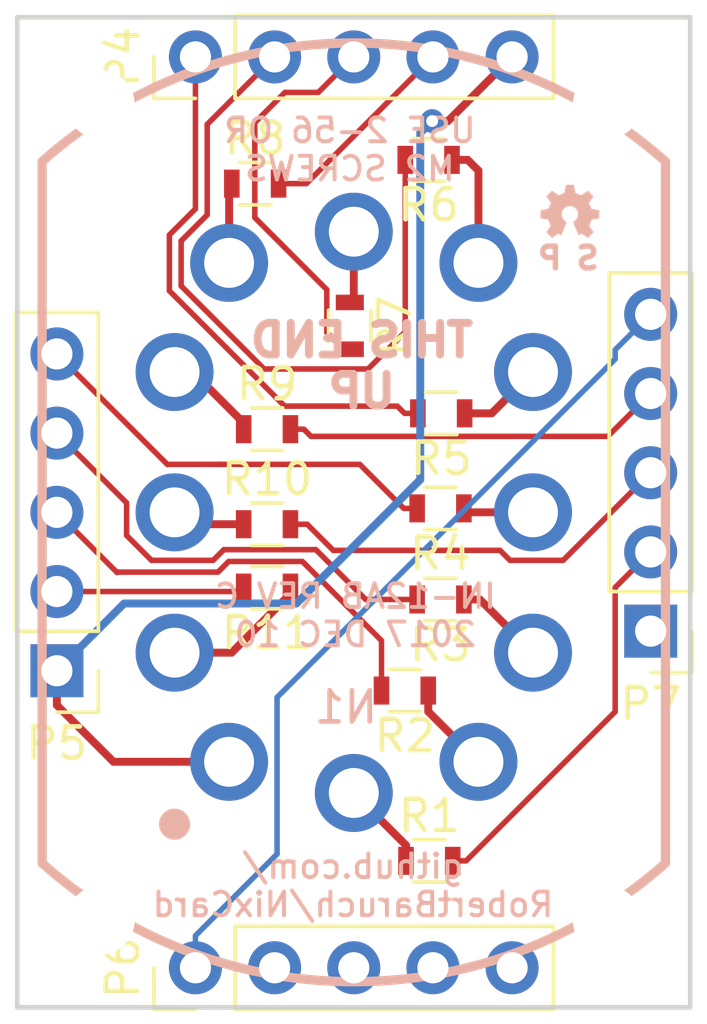
<source format=kicad_pcb>
(kicad_pcb (version 4) (host pcbnew 4.0.4-stable)

  (general
    (links 0)
    (no_connects 25)
    (area -10.870001 -15.950001 10.870001 15.950001)
    (thickness 1.6)
    (drawings 9)
    (tracks 111)
    (zones 0)
    (modules 21)
    (nets 30)
  )

  (page A4)
  (layers
    (0 F.Cu signal)
    (31 B.Cu signal)
    (32 B.Adhes user)
    (33 F.Adhes user)
    (34 B.Paste user)
    (35 F.Paste user)
    (36 B.SilkS user)
    (37 F.SilkS user)
    (38 B.Mask user)
    (39 F.Mask user)
    (40 Dwgs.User user)
    (41 Cmts.User user)
    (42 Eco1.User user)
    (43 Eco2.User user)
    (44 Edge.Cuts user)
    (45 Margin user)
    (46 B.CrtYd user)
    (47 F.CrtYd user)
    (48 B.Fab user hide)
    (49 F.Fab user hide)
  )

  (setup
    (last_trace_width 0.1778)
    (trace_clearance 0.2)
    (zone_clearance 0.254)
    (zone_45_only no)
    (trace_min 0.1778)
    (segment_width 0.2)
    (edge_width 0.15)
    (via_size 0.762)
    (via_drill 0.381)
    (via_min_size 0.762)
    (via_min_drill 0.381)
    (uvia_size 0.3)
    (uvia_drill 0.1)
    (uvias_allowed no)
    (uvia_min_size 0.2)
    (uvia_min_drill 0.1)
    (pcb_text_width 0.3)
    (pcb_text_size 1.5 1.5)
    (mod_edge_width 0.15)
    (mod_text_size 1 1)
    (mod_text_width 0.15)
    (pad_size 1.7 1.7)
    (pad_drill 1)
    (pad_to_mask_clearance 0.2)
    (aux_axis_origin 0 0)
    (visible_elements 7FFFFFFF)
    (pcbplotparams
      (layerselection 0x010f0_80000001)
      (usegerberextensions true)
      (excludeedgelayer true)
      (linewidth 0.100000)
      (plotframeref false)
      (viasonmask false)
      (mode 1)
      (useauxorigin false)
      (hpglpennumber 1)
      (hpglpenspeed 20)
      (hpglpendiameter 15)
      (hpglpenoverlay 2)
      (psnegative false)
      (psa4output false)
      (plotreference true)
      (plotvalue true)
      (plotinvisibletext false)
      (padsonsilk false)
      (subtractmaskfromsilk false)
      (outputformat 1)
      (mirror false)
      (drillshape 0)
      (scaleselection 1)
      (outputdirectory gerbers/))
  )

  (net 0 "")
  (net 1 "Net-(N1-Pad6)")
  (net 2 "Net-(N1-Pad7)")
  (net 3 "Net-(N1-Pad8)")
  (net 4 "Net-(N1-Pad9)")
  (net 5 "Net-(N1-Pad3)")
  (net 6 "Net-(N1-Pad4)")
  (net 7 "Net-(N1-Pad5)")
  (net 8 "Net-(N1-Pad0)")
  (net 9 "Net-(N1-Pad2)")
  (net 10 "Net-(N1-PadLHDP)")
  (net 11 "Net-(N1-Pad1)")
  (net 12 VAA)
  (net 13 /HV4)
  (net 14 /HV5)
  (net 15 /HV6)
  (net 16 /HV7)
  (net 17 GNDREF)
  (net 18 /HV0)
  (net 19 /HV1)
  (net 20 /HV2)
  (net 21 /HV3)
  (net 22 /HV15)
  (net 23 /HV14)
  (net 24 /HV13)
  (net 25 /HV12)
  (net 26 /HV11)
  (net 27 /HV10)
  (net 28 /HV9)
  (net 29 /HV8)

  (net_class Default "This is the default net class."
    (clearance 0.2)
    (trace_width 0.1778)
    (via_dia 0.762)
    (via_drill 0.381)
    (uvia_dia 0.3)
    (uvia_drill 0.1)
    (add_net /HV0)
    (add_net /HV1)
    (add_net /HV10)
    (add_net /HV11)
    (add_net /HV12)
    (add_net /HV13)
    (add_net /HV14)
    (add_net /HV15)
    (add_net /HV2)
    (add_net /HV3)
    (add_net /HV4)
    (add_net /HV5)
    (add_net /HV6)
    (add_net /HV7)
    (add_net /HV8)
    (add_net /HV9)
    (add_net GNDREF)
  )

  (net_class HV ""
    (clearance 0.2)
    (trace_width 0.254)
    (via_dia 0.762)
    (via_drill 0.381)
    (uvia_dia 0.3)
    (uvia_drill 0.1)
    (add_net "Net-(N1-Pad0)")
    (add_net "Net-(N1-Pad1)")
    (add_net "Net-(N1-Pad2)")
    (add_net "Net-(N1-Pad3)")
    (add_net "Net-(N1-Pad4)")
    (add_net "Net-(N1-Pad5)")
    (add_net "Net-(N1-Pad6)")
    (add_net "Net-(N1-Pad7)")
    (add_net "Net-(N1-Pad8)")
    (add_net "Net-(N1-Pad9)")
    (add_net "Net-(N1-PadLHDP)")
    (add_net VAA)
  )

  (module Mounting_Holes:MountingHole_2.2mm_M2 (layer F.Cu) (tedit 587C597D) (tstamp 587C5931)
    (at 8.128 13.081)
    (descr "Mounting Hole 2.2mm, no annular, M2")
    (tags "mounting hole 2.2mm no annular m2")
    (fp_text reference REF** (at 0 -3.2) (layer F.SilkS) hide
      (effects (font (size 1 1) (thickness 0.15)))
    )
    (fp_text value MountingHole_2.2mm_M2 (at 0 3.2) (layer F.Fab)
      (effects (font (size 1 1) (thickness 0.15)))
    )
    (fp_circle (center 0 0) (end 2.2 0) (layer Cmts.User) (width 0.15))
    (fp_circle (center 0 0) (end 2.45 0) (layer F.CrtYd) (width 0.05))
    (pad 1 np_thru_hole circle (at 0 0) (size 2.2 2.2) (drill 2.2) (layers *.Cu *.Mask))
  )

  (module Mounting_Holes:MountingHole_2.2mm_M2 (layer F.Cu) (tedit 587C5983) (tstamp 587C5980)
    (at 8.128 -13.081)
    (descr "Mounting Hole 2.2mm, no annular, M2")
    (tags "mounting hole 2.2mm no annular m2")
    (fp_text reference REF** (at 0 -3.2) (layer F.SilkS) hide
      (effects (font (size 1 1) (thickness 0.15)))
    )
    (fp_text value MountingHole_2.2mm_M2 (at 0 3.2) (layer F.Fab)
      (effects (font (size 1 1) (thickness 0.15)))
    )
    (fp_circle (center 0 0) (end 2.2 0) (layer Cmts.User) (width 0.15))
    (fp_circle (center 0 0) (end 2.45 0) (layer F.CrtYd) (width 0.05))
    (pad 1 np_thru_hole circle (at 0 0) (size 2.2 2.2) (drill 2.2) (layers *.Cu *.Mask))
  )

  (module Mounting_Holes:MountingHole_2.2mm_M2 (layer F.Cu) (tedit 587C5987) (tstamp 587C5981)
    (at -8.128 -13.081)
    (descr "Mounting Hole 2.2mm, no annular, M2")
    (tags "mounting hole 2.2mm no annular m2")
    (fp_text reference REF** (at 0 -3.2) (layer F.SilkS) hide
      (effects (font (size 1 1) (thickness 0.15)))
    )
    (fp_text value MountingHole_2.2mm_M2 (at 0 3.2) (layer F.Fab)
      (effects (font (size 1 1) (thickness 0.15)))
    )
    (fp_circle (center 0 0) (end 2.2 0) (layer Cmts.User) (width 0.15))
    (fp_circle (center 0 0) (end 2.45 0) (layer F.CrtYd) (width 0.05))
    (pad 1 np_thru_hole circle (at 0 0) (size 2.2 2.2) (drill 2.2) (layers *.Cu *.Mask))
  )

  (module Mounting_Holes:MountingHole_2.2mm_M2 (layer F.Cu) (tedit 587C5977) (tstamp 587C5982)
    (at -8.128 13.081)
    (descr "Mounting Hole 2.2mm, no annular, M2")
    (tags "mounting hole 2.2mm no annular m2")
    (fp_text reference REF** (at 0 -3.2) (layer F.SilkS) hide
      (effects (font (size 1 1) (thickness 0.15)))
    )
    (fp_text value MountingHole_2.2mm_M2 (at 0 3.2) (layer F.Fab)
      (effects (font (size 1 1) (thickness 0.15)))
    )
    (fp_circle (center 0 0) (end 2.2 0) (layer Cmts.User) (width 0.15))
    (fp_circle (center 0 0) (end 2.45 0) (layer F.CrtYd) (width 0.05))
    (pad 1 np_thru_hole circle (at 0 0) (size 2.2 2.2) (drill 2.2) (layers *.Cu *.Mask))
  )

  (module footprints:IN-12B-skt (layer B.Cu) (tedit 5A2E164D) (tstamp 5A2E1873)
    (at 0 0 180)
    (path /585F41A2)
    (fp_text reference N1 (at 0.25 -6.25 180) (layer B.SilkS)
      (effects (font (size 1 1) (thickness 0.15)) (justify mirror))
    )
    (fp_text value IN-12B (at 0.25 -12.25 180) (layer B.Fab) hide
      (effects (font (size 1 1) (thickness 0.15)) (justify mirror))
    )
    (fp_arc (start 0 0) (end 10 -11.25) (angle -83.2) (layer B.SilkS) (width 0.3))
    (fp_arc (start 0 0) (end -10 11.25) (angle -83.2) (layer B.SilkS) (width 0.3))
    (fp_line (start -10 -11.25) (end -10 11.25) (layer B.SilkS) (width 0.3))
    (fp_line (start 10 -11.25) (end 10 11.25) (layer B.SilkS) (width 0.3))
    (fp_circle (center 5.75 -10) (end 6 -10) (layer B.SilkS) (width 0.5))
    (pad 6 thru_hole circle (at 0 9 180) (size 2.5 2.5) (drill 1.6) (layers *.Cu *.Mask)
      (net 1 "Net-(N1-Pad6)"))
    (pad 7 thru_hole circle (at 4 8 180) (size 2.5 2.5) (drill 1.6) (layers *.Cu *.Mask)
      (net 2 "Net-(N1-Pad7)"))
    (pad 8 thru_hole circle (at 5.75 4.5 180) (size 2.5 2.5) (drill 1.6) (layers *.Cu *.Mask)
      (net 3 "Net-(N1-Pad8)"))
    (pad 9 thru_hole circle (at 5.75 0 180) (size 2.5 2.5) (drill 1.6) (layers *.Cu *.Mask)
      (net 4 "Net-(N1-Pad9)"))
    (pad 3 thru_hole circle (at -5.75 0 180) (size 2.5 2.5) (drill 1.6) (layers *.Cu *.Mask)
      (net 5 "Net-(N1-Pad3)"))
    (pad 4 thru_hole circle (at -5.75 4.5 180) (size 2.5 2.5) (drill 1.6) (layers *.Cu *.Mask)
      (net 6 "Net-(N1-Pad4)"))
    (pad 5 thru_hole circle (at -4 8 180) (size 2.5 2.5) (drill 1.6) (layers *.Cu *.Mask)
      (net 7 "Net-(N1-Pad5)"))
    (pad 0 thru_hole circle (at 5.75 -4.5 180) (size 2.5 2.5) (drill 1.6) (layers *.Cu *.Mask)
      (net 8 "Net-(N1-Pad0)"))
    (pad 2 thru_hole circle (at -5.75 -4.5 180) (size 2.5 2.5) (drill 1.6) (layers *.Cu *.Mask)
      (net 9 "Net-(N1-Pad2)"))
    (pad LHDP thru_hole circle (at 0 -9 180) (size 2.5 2.5) (drill 1.6) (layers *.Cu *.Mask)
      (net 10 "Net-(N1-PadLHDP)"))
    (pad 1 thru_hole circle (at -4 -8 180) (size 2.5 2.5) (drill 1.6) (layers *.Cu *.Mask)
      (net 11 "Net-(N1-Pad1)"))
    (pad A thru_hole circle (at 4 -8 180) (size 2.5 2.5) (drill 1.6) (layers *.Cu *.Mask)
      (net 12 VAA))
  )

  (module Pin_Headers:Pin_Header_Straight_1x05_Pitch2.54mm (layer F.Cu) (tedit 5A2E1D68) (tstamp 5A2E187C)
    (at -5.08 -14.605 90)
    (descr "Through hole straight pin header, 1x05, 2.54mm pitch, single row")
    (tags "Through hole pin header THT 1x05 2.54mm single row")
    (path /5A2E1D9A)
    (fp_text reference P4 (at 0 -2.33 90) (layer F.SilkS)
      (effects (font (size 1 1) (thickness 0.15)))
    )
    (fp_text value CONN_01X05 (at 0 12.49 90) (layer F.Fab)
      (effects (font (size 1 1) (thickness 0.15)))
    )
    (fp_line (start -0.635 -1.27) (end 1.27 -1.27) (layer F.Fab) (width 0.1))
    (fp_line (start 1.27 -1.27) (end 1.27 11.43) (layer F.Fab) (width 0.1))
    (fp_line (start 1.27 11.43) (end -1.27 11.43) (layer F.Fab) (width 0.1))
    (fp_line (start -1.27 11.43) (end -1.27 -0.635) (layer F.Fab) (width 0.1))
    (fp_line (start -1.27 -0.635) (end -0.635 -1.27) (layer F.Fab) (width 0.1))
    (fp_line (start -1.33 11.49) (end 1.33 11.49) (layer F.SilkS) (width 0.12))
    (fp_line (start -1.33 1.27) (end -1.33 11.49) (layer F.SilkS) (width 0.12))
    (fp_line (start 1.33 1.27) (end 1.33 11.49) (layer F.SilkS) (width 0.12))
    (fp_line (start -1.33 1.27) (end 1.33 1.27) (layer F.SilkS) (width 0.12))
    (fp_line (start -1.33 0) (end -1.33 -1.33) (layer F.SilkS) (width 0.12))
    (fp_line (start -1.33 -1.33) (end 0 -1.33) (layer F.SilkS) (width 0.12))
    (fp_line (start -1.8 -1.8) (end -1.8 11.95) (layer F.CrtYd) (width 0.05))
    (fp_line (start -1.8 11.95) (end 1.8 11.95) (layer F.CrtYd) (width 0.05))
    (fp_line (start 1.8 11.95) (end 1.8 -1.8) (layer F.CrtYd) (width 0.05))
    (fp_line (start 1.8 -1.8) (end -1.8 -1.8) (layer F.CrtYd) (width 0.05))
    (fp_text user %R (at 0 5.08 180) (layer F.Fab)
      (effects (font (size 1 1) (thickness 0.15)))
    )
    (pad 1 thru_hole circle (at 0 0 90) (size 1.7 1.7) (drill 1) (layers *.Cu *.Mask)
      (net 13 /HV4))
    (pad 2 thru_hole oval (at 0 2.54 90) (size 1.7 1.7) (drill 1) (layers *.Cu *.Mask)
      (net 14 /HV5))
    (pad 3 thru_hole oval (at 0 5.08 90) (size 1.7 1.7) (drill 1) (layers *.Cu *.Mask)
      (net 15 /HV6))
    (pad 4 thru_hole oval (at 0 7.62 90) (size 1.7 1.7) (drill 1) (layers *.Cu *.Mask)
      (net 16 /HV7))
    (pad 5 thru_hole oval (at 0 10.16 90) (size 1.7 1.7) (drill 1) (layers *.Cu *.Mask)
      (net 12 VAA))
    (model ${KISYS3DMOD}/Pin_Headers.3dshapes/Pin_Header_Straight_1x05_Pitch2.54mm.wrl
      (at (xyz 0 0 0))
      (scale (xyz 1 1 1))
      (rotate (xyz 0 0 0))
    )
  )

  (module Pin_Headers:Pin_Header_Straight_1x05_Pitch2.54mm (layer F.Cu) (tedit 59650532) (tstamp 5A2E1885)
    (at -9.525 5.08 180)
    (descr "Through hole straight pin header, 1x05, 2.54mm pitch, single row")
    (tags "Through hole pin header THT 1x05 2.54mm single row")
    (path /5A2E1CEC)
    (fp_text reference P5 (at 0 -2.33 180) (layer F.SilkS)
      (effects (font (size 1 1) (thickness 0.15)))
    )
    (fp_text value CONN_01X05 (at 0 12.49 180) (layer F.Fab)
      (effects (font (size 1 1) (thickness 0.15)))
    )
    (fp_line (start -0.635 -1.27) (end 1.27 -1.27) (layer F.Fab) (width 0.1))
    (fp_line (start 1.27 -1.27) (end 1.27 11.43) (layer F.Fab) (width 0.1))
    (fp_line (start 1.27 11.43) (end -1.27 11.43) (layer F.Fab) (width 0.1))
    (fp_line (start -1.27 11.43) (end -1.27 -0.635) (layer F.Fab) (width 0.1))
    (fp_line (start -1.27 -0.635) (end -0.635 -1.27) (layer F.Fab) (width 0.1))
    (fp_line (start -1.33 11.49) (end 1.33 11.49) (layer F.SilkS) (width 0.12))
    (fp_line (start -1.33 1.27) (end -1.33 11.49) (layer F.SilkS) (width 0.12))
    (fp_line (start 1.33 1.27) (end 1.33 11.49) (layer F.SilkS) (width 0.12))
    (fp_line (start -1.33 1.27) (end 1.33 1.27) (layer F.SilkS) (width 0.12))
    (fp_line (start -1.33 0) (end -1.33 -1.33) (layer F.SilkS) (width 0.12))
    (fp_line (start -1.33 -1.33) (end 0 -1.33) (layer F.SilkS) (width 0.12))
    (fp_line (start -1.8 -1.8) (end -1.8 11.95) (layer F.CrtYd) (width 0.05))
    (fp_line (start -1.8 11.95) (end 1.8 11.95) (layer F.CrtYd) (width 0.05))
    (fp_line (start 1.8 11.95) (end 1.8 -1.8) (layer F.CrtYd) (width 0.05))
    (fp_line (start 1.8 -1.8) (end -1.8 -1.8) (layer F.CrtYd) (width 0.05))
    (fp_text user %R (at 0 5.08 270) (layer F.Fab)
      (effects (font (size 1 1) (thickness 0.15)))
    )
    (pad 1 thru_hole rect (at 0 0 180) (size 1.7 1.7) (drill 1) (layers *.Cu *.Mask)
      (net 12 VAA))
    (pad 2 thru_hole oval (at 0 2.54 180) (size 1.7 1.7) (drill 1) (layers *.Cu *.Mask)
      (net 18 /HV0))
    (pad 3 thru_hole oval (at 0 5.08 180) (size 1.7 1.7) (drill 1) (layers *.Cu *.Mask)
      (net 19 /HV1))
    (pad 4 thru_hole oval (at 0 7.62 180) (size 1.7 1.7) (drill 1) (layers *.Cu *.Mask)
      (net 20 /HV2))
    (pad 5 thru_hole oval (at 0 10.16 180) (size 1.7 1.7) (drill 1) (layers *.Cu *.Mask)
      (net 21 /HV3))
    (model ${KISYS3DMOD}/Pin_Headers.3dshapes/Pin_Header_Straight_1x05_Pitch2.54mm.wrl
      (at (xyz 0 0 0))
      (scale (xyz 1 1 1))
      (rotate (xyz 0 0 0))
    )
  )

  (module Pin_Headers:Pin_Header_Straight_1x05_Pitch2.54mm (layer F.Cu) (tedit 5A2E1D6E) (tstamp 5A2E188E)
    (at -5.08 14.605 90)
    (descr "Through hole straight pin header, 1x05, 2.54mm pitch, single row")
    (tags "Through hole pin header THT 1x05 2.54mm single row")
    (path /5A2E1E06)
    (fp_text reference P6 (at 0 -2.33 90) (layer F.SilkS)
      (effects (font (size 1 1) (thickness 0.15)))
    )
    (fp_text value CONN_01X05 (at 0 12.49 90) (layer F.Fab)
      (effects (font (size 1 1) (thickness 0.15)))
    )
    (fp_line (start -0.635 -1.27) (end 1.27 -1.27) (layer F.Fab) (width 0.1))
    (fp_line (start 1.27 -1.27) (end 1.27 11.43) (layer F.Fab) (width 0.1))
    (fp_line (start 1.27 11.43) (end -1.27 11.43) (layer F.Fab) (width 0.1))
    (fp_line (start -1.27 11.43) (end -1.27 -0.635) (layer F.Fab) (width 0.1))
    (fp_line (start -1.27 -0.635) (end -0.635 -1.27) (layer F.Fab) (width 0.1))
    (fp_line (start -1.33 11.49) (end 1.33 11.49) (layer F.SilkS) (width 0.12))
    (fp_line (start -1.33 1.27) (end -1.33 11.49) (layer F.SilkS) (width 0.12))
    (fp_line (start 1.33 1.27) (end 1.33 11.49) (layer F.SilkS) (width 0.12))
    (fp_line (start -1.33 1.27) (end 1.33 1.27) (layer F.SilkS) (width 0.12))
    (fp_line (start -1.33 0) (end -1.33 -1.33) (layer F.SilkS) (width 0.12))
    (fp_line (start -1.33 -1.33) (end 0 -1.33) (layer F.SilkS) (width 0.12))
    (fp_line (start -1.8 -1.8) (end -1.8 11.95) (layer F.CrtYd) (width 0.05))
    (fp_line (start -1.8 11.95) (end 1.8 11.95) (layer F.CrtYd) (width 0.05))
    (fp_line (start 1.8 11.95) (end 1.8 -1.8) (layer F.CrtYd) (width 0.05))
    (fp_line (start 1.8 -1.8) (end -1.8 -1.8) (layer F.CrtYd) (width 0.05))
    (fp_text user %R (at 0 5.08 180) (layer F.Fab)
      (effects (font (size 1 1) (thickness 0.15)))
    )
    (pad 1 thru_hole circle (at 0 0 90) (size 1.7 1.7) (drill 1) (layers *.Cu *.Mask)
      (net 17 GNDREF))
    (pad 2 thru_hole oval (at 0 2.54 90) (size 1.7 1.7) (drill 1) (layers *.Cu *.Mask)
      (net 22 /HV15))
    (pad 3 thru_hole oval (at 0 5.08 90) (size 1.7 1.7) (drill 1) (layers *.Cu *.Mask)
      (net 23 /HV14))
    (pad 4 thru_hole oval (at 0 7.62 90) (size 1.7 1.7) (drill 1) (layers *.Cu *.Mask)
      (net 24 /HV13))
    (pad 5 thru_hole oval (at 0 10.16 90) (size 1.7 1.7) (drill 1) (layers *.Cu *.Mask)
      (net 25 /HV12))
    (model ${KISYS3DMOD}/Pin_Headers.3dshapes/Pin_Header_Straight_1x05_Pitch2.54mm.wrl
      (at (xyz 0 0 0))
      (scale (xyz 1 1 1))
      (rotate (xyz 0 0 0))
    )
  )

  (module Pin_Headers:Pin_Header_Straight_1x05_Pitch2.54mm (layer F.Cu) (tedit 59650532) (tstamp 5A2E1897)
    (at 9.525 3.81 180)
    (descr "Through hole straight pin header, 1x05, 2.54mm pitch, single row")
    (tags "Through hole pin header THT 1x05 2.54mm single row")
    (path /5A2E1E95)
    (fp_text reference P7 (at 0 -2.33 180) (layer F.SilkS)
      (effects (font (size 1 1) (thickness 0.15)))
    )
    (fp_text value CONN_01X05 (at 0 12.49 180) (layer F.Fab)
      (effects (font (size 1 1) (thickness 0.15)))
    )
    (fp_line (start -0.635 -1.27) (end 1.27 -1.27) (layer F.Fab) (width 0.1))
    (fp_line (start 1.27 -1.27) (end 1.27 11.43) (layer F.Fab) (width 0.1))
    (fp_line (start 1.27 11.43) (end -1.27 11.43) (layer F.Fab) (width 0.1))
    (fp_line (start -1.27 11.43) (end -1.27 -0.635) (layer F.Fab) (width 0.1))
    (fp_line (start -1.27 -0.635) (end -0.635 -1.27) (layer F.Fab) (width 0.1))
    (fp_line (start -1.33 11.49) (end 1.33 11.49) (layer F.SilkS) (width 0.12))
    (fp_line (start -1.33 1.27) (end -1.33 11.49) (layer F.SilkS) (width 0.12))
    (fp_line (start 1.33 1.27) (end 1.33 11.49) (layer F.SilkS) (width 0.12))
    (fp_line (start -1.33 1.27) (end 1.33 1.27) (layer F.SilkS) (width 0.12))
    (fp_line (start -1.33 0) (end -1.33 -1.33) (layer F.SilkS) (width 0.12))
    (fp_line (start -1.33 -1.33) (end 0 -1.33) (layer F.SilkS) (width 0.12))
    (fp_line (start -1.8 -1.8) (end -1.8 11.95) (layer F.CrtYd) (width 0.05))
    (fp_line (start -1.8 11.95) (end 1.8 11.95) (layer F.CrtYd) (width 0.05))
    (fp_line (start 1.8 11.95) (end 1.8 -1.8) (layer F.CrtYd) (width 0.05))
    (fp_line (start 1.8 -1.8) (end -1.8 -1.8) (layer F.CrtYd) (width 0.05))
    (fp_text user %R (at 0 5.08 270) (layer F.Fab)
      (effects (font (size 1 1) (thickness 0.15)))
    )
    (pad 1 thru_hole rect (at 0 0 180) (size 1.7 1.7) (drill 1) (layers *.Cu *.Mask)
      (net 26 /HV11))
    (pad 2 thru_hole oval (at 0 2.54 180) (size 1.7 1.7) (drill 1) (layers *.Cu *.Mask)
      (net 27 /HV10))
    (pad 3 thru_hole oval (at 0 5.08 180) (size 1.7 1.7) (drill 1) (layers *.Cu *.Mask)
      (net 28 /HV9))
    (pad 4 thru_hole oval (at 0 7.62 180) (size 1.7 1.7) (drill 1) (layers *.Cu *.Mask)
      (net 29 /HV8))
    (pad 5 thru_hole oval (at 0 10.16 180) (size 1.7 1.7) (drill 1) (layers *.Cu *.Mask)
      (net 17 GNDREF))
    (model ${KISYS3DMOD}/Pin_Headers.3dshapes/Pin_Header_Straight_1x05_Pitch2.54mm.wrl
      (at (xyz 0 0 0))
      (scale (xyz 1 1 1))
      (rotate (xyz 0 0 0))
    )
  )

  (module Resistors_SMD:R_0603 (layer F.Cu) (tedit 58E0A804) (tstamp 5A2E189D)
    (at 2.425 11.176)
    (descr "Resistor SMD 0603, reflow soldering, Vishay (see dcrcw.pdf)")
    (tags "resistor 0603")
    (path /5A232F37)
    (attr smd)
    (fp_text reference R1 (at 0 -1.45) (layer F.SilkS)
      (effects (font (size 1 1) (thickness 0.15)))
    )
    (fp_text value 120k (at 0 1.5) (layer F.Fab)
      (effects (font (size 1 1) (thickness 0.15)))
    )
    (fp_text user %R (at 0 0) (layer F.Fab)
      (effects (font (size 0.4 0.4) (thickness 0.075)))
    )
    (fp_line (start -0.8 0.4) (end -0.8 -0.4) (layer F.Fab) (width 0.1))
    (fp_line (start 0.8 0.4) (end -0.8 0.4) (layer F.Fab) (width 0.1))
    (fp_line (start 0.8 -0.4) (end 0.8 0.4) (layer F.Fab) (width 0.1))
    (fp_line (start -0.8 -0.4) (end 0.8 -0.4) (layer F.Fab) (width 0.1))
    (fp_line (start 0.5 0.68) (end -0.5 0.68) (layer F.SilkS) (width 0.12))
    (fp_line (start -0.5 -0.68) (end 0.5 -0.68) (layer F.SilkS) (width 0.12))
    (fp_line (start -1.25 -0.7) (end 1.25 -0.7) (layer F.CrtYd) (width 0.05))
    (fp_line (start -1.25 -0.7) (end -1.25 0.7) (layer F.CrtYd) (width 0.05))
    (fp_line (start 1.25 0.7) (end 1.25 -0.7) (layer F.CrtYd) (width 0.05))
    (fp_line (start 1.25 0.7) (end -1.25 0.7) (layer F.CrtYd) (width 0.05))
    (pad 1 smd rect (at -0.75 0) (size 0.5 0.9) (layers F.Cu F.Paste F.Mask)
      (net 10 "Net-(N1-PadLHDP)"))
    (pad 2 smd rect (at 0.75 0) (size 0.5 0.9) (layers F.Cu F.Paste F.Mask)
      (net 27 /HV10))
    (model ${KISYS3DMOD}/Resistors_SMD.3dshapes/R_0603.wrl
      (at (xyz 0 0 0))
      (scale (xyz 1 1 1))
      (rotate (xyz 0 0 0))
    )
  )

  (module Resistors_SMD:R_0603 (layer F.Cu) (tedit 58E0A804) (tstamp 5A2E18A3)
    (at 1.639 5.715 180)
    (descr "Resistor SMD 0603, reflow soldering, Vishay (see dcrcw.pdf)")
    (tags "resistor 0603")
    (path /585F2D1C)
    (attr smd)
    (fp_text reference R2 (at 0 -1.45 180) (layer F.SilkS)
      (effects (font (size 1 1) (thickness 0.15)))
    )
    (fp_text value 20k (at 0 1.5 180) (layer F.Fab)
      (effects (font (size 1 1) (thickness 0.15)))
    )
    (fp_text user %R (at 0 0 180) (layer F.Fab)
      (effects (font (size 0.4 0.4) (thickness 0.075)))
    )
    (fp_line (start -0.8 0.4) (end -0.8 -0.4) (layer F.Fab) (width 0.1))
    (fp_line (start 0.8 0.4) (end -0.8 0.4) (layer F.Fab) (width 0.1))
    (fp_line (start 0.8 -0.4) (end 0.8 0.4) (layer F.Fab) (width 0.1))
    (fp_line (start -0.8 -0.4) (end 0.8 -0.4) (layer F.Fab) (width 0.1))
    (fp_line (start 0.5 0.68) (end -0.5 0.68) (layer F.SilkS) (width 0.12))
    (fp_line (start -0.5 -0.68) (end 0.5 -0.68) (layer F.SilkS) (width 0.12))
    (fp_line (start -1.25 -0.7) (end 1.25 -0.7) (layer F.CrtYd) (width 0.05))
    (fp_line (start -1.25 -0.7) (end -1.25 0.7) (layer F.CrtYd) (width 0.05))
    (fp_line (start 1.25 0.7) (end 1.25 -0.7) (layer F.CrtYd) (width 0.05))
    (fp_line (start 1.25 0.7) (end -1.25 0.7) (layer F.CrtYd) (width 0.05))
    (pad 1 smd rect (at -0.75 0 180) (size 0.5 0.9) (layers F.Cu F.Paste F.Mask)
      (net 11 "Net-(N1-Pad1)"))
    (pad 2 smd rect (at 0.75 0 180) (size 0.5 0.9) (layers F.Cu F.Paste F.Mask)
      (net 19 /HV1))
    (model ${KISYS3DMOD}/Resistors_SMD.3dshapes/R_0603.wrl
      (at (xyz 0 0 0))
      (scale (xyz 1 1 1))
      (rotate (xyz 0 0 0))
    )
  )

  (module Resistors_SMD:R_0603 (layer F.Cu) (tedit 58E0A804) (tstamp 5A2E18A9)
    (at 2.782 2.794 180)
    (descr "Resistor SMD 0603, reflow soldering, Vishay (see dcrcw.pdf)")
    (tags "resistor 0603")
    (path /5A2E1376)
    (attr smd)
    (fp_text reference R3 (at 0 -1.45 180) (layer F.SilkS)
      (effects (font (size 1 1) (thickness 0.15)))
    )
    (fp_text value 20k (at 0 1.5 180) (layer F.Fab)
      (effects (font (size 1 1) (thickness 0.15)))
    )
    (fp_text user %R (at 0 0 180) (layer F.Fab)
      (effects (font (size 0.4 0.4) (thickness 0.075)))
    )
    (fp_line (start -0.8 0.4) (end -0.8 -0.4) (layer F.Fab) (width 0.1))
    (fp_line (start 0.8 0.4) (end -0.8 0.4) (layer F.Fab) (width 0.1))
    (fp_line (start 0.8 -0.4) (end 0.8 0.4) (layer F.Fab) (width 0.1))
    (fp_line (start -0.8 -0.4) (end 0.8 -0.4) (layer F.Fab) (width 0.1))
    (fp_line (start 0.5 0.68) (end -0.5 0.68) (layer F.SilkS) (width 0.12))
    (fp_line (start -0.5 -0.68) (end 0.5 -0.68) (layer F.SilkS) (width 0.12))
    (fp_line (start -1.25 -0.7) (end 1.25 -0.7) (layer F.CrtYd) (width 0.05))
    (fp_line (start -1.25 -0.7) (end -1.25 0.7) (layer F.CrtYd) (width 0.05))
    (fp_line (start 1.25 0.7) (end 1.25 -0.7) (layer F.CrtYd) (width 0.05))
    (fp_line (start 1.25 0.7) (end -1.25 0.7) (layer F.CrtYd) (width 0.05))
    (pad 1 smd rect (at -0.75 0 180) (size 0.5 0.9) (layers F.Cu F.Paste F.Mask)
      (net 9 "Net-(N1-Pad2)"))
    (pad 2 smd rect (at 0.75 0 180) (size 0.5 0.9) (layers F.Cu F.Paste F.Mask)
      (net 20 /HV2))
    (model ${KISYS3DMOD}/Resistors_SMD.3dshapes/R_0603.wrl
      (at (xyz 0 0 0))
      (scale (xyz 1 1 1))
      (rotate (xyz 0 0 0))
    )
  )

  (module Resistors_SMD:R_0603 (layer F.Cu) (tedit 58E0A804) (tstamp 5A2E18AF)
    (at 2.782 -0.127 180)
    (descr "Resistor SMD 0603, reflow soldering, Vishay (see dcrcw.pdf)")
    (tags "resistor 0603")
    (path /5A2E1407)
    (attr smd)
    (fp_text reference R4 (at 0 -1.45 180) (layer F.SilkS)
      (effects (font (size 1 1) (thickness 0.15)))
    )
    (fp_text value 20k (at 0 1.5 180) (layer F.Fab)
      (effects (font (size 1 1) (thickness 0.15)))
    )
    (fp_text user %R (at 0 0 180) (layer F.Fab)
      (effects (font (size 0.4 0.4) (thickness 0.075)))
    )
    (fp_line (start -0.8 0.4) (end -0.8 -0.4) (layer F.Fab) (width 0.1))
    (fp_line (start 0.8 0.4) (end -0.8 0.4) (layer F.Fab) (width 0.1))
    (fp_line (start 0.8 -0.4) (end 0.8 0.4) (layer F.Fab) (width 0.1))
    (fp_line (start -0.8 -0.4) (end 0.8 -0.4) (layer F.Fab) (width 0.1))
    (fp_line (start 0.5 0.68) (end -0.5 0.68) (layer F.SilkS) (width 0.12))
    (fp_line (start -0.5 -0.68) (end 0.5 -0.68) (layer F.SilkS) (width 0.12))
    (fp_line (start -1.25 -0.7) (end 1.25 -0.7) (layer F.CrtYd) (width 0.05))
    (fp_line (start -1.25 -0.7) (end -1.25 0.7) (layer F.CrtYd) (width 0.05))
    (fp_line (start 1.25 0.7) (end 1.25 -0.7) (layer F.CrtYd) (width 0.05))
    (fp_line (start 1.25 0.7) (end -1.25 0.7) (layer F.CrtYd) (width 0.05))
    (pad 1 smd rect (at -0.75 0 180) (size 0.5 0.9) (layers F.Cu F.Paste F.Mask)
      (net 5 "Net-(N1-Pad3)"))
    (pad 2 smd rect (at 0.75 0 180) (size 0.5 0.9) (layers F.Cu F.Paste F.Mask)
      (net 21 /HV3))
    (model ${KISYS3DMOD}/Resistors_SMD.3dshapes/R_0603.wrl
      (at (xyz 0 0 0))
      (scale (xyz 1 1 1))
      (rotate (xyz 0 0 0))
    )
  )

  (module Resistors_SMD:R_0603 (layer F.Cu) (tedit 58E0A804) (tstamp 5A2E18B5)
    (at 2.806 -3.175 180)
    (descr "Resistor SMD 0603, reflow soldering, Vishay (see dcrcw.pdf)")
    (tags "resistor 0603")
    (path /5A2E140F)
    (attr smd)
    (fp_text reference R5 (at 0 -1.45 180) (layer F.SilkS)
      (effects (font (size 1 1) (thickness 0.15)))
    )
    (fp_text value 20k (at 0 1.5 180) (layer F.Fab)
      (effects (font (size 1 1) (thickness 0.15)))
    )
    (fp_text user %R (at 0 0 180) (layer F.Fab)
      (effects (font (size 0.4 0.4) (thickness 0.075)))
    )
    (fp_line (start -0.8 0.4) (end -0.8 -0.4) (layer F.Fab) (width 0.1))
    (fp_line (start 0.8 0.4) (end -0.8 0.4) (layer F.Fab) (width 0.1))
    (fp_line (start 0.8 -0.4) (end 0.8 0.4) (layer F.Fab) (width 0.1))
    (fp_line (start -0.8 -0.4) (end 0.8 -0.4) (layer F.Fab) (width 0.1))
    (fp_line (start 0.5 0.68) (end -0.5 0.68) (layer F.SilkS) (width 0.12))
    (fp_line (start -0.5 -0.68) (end 0.5 -0.68) (layer F.SilkS) (width 0.12))
    (fp_line (start -1.25 -0.7) (end 1.25 -0.7) (layer F.CrtYd) (width 0.05))
    (fp_line (start -1.25 -0.7) (end -1.25 0.7) (layer F.CrtYd) (width 0.05))
    (fp_line (start 1.25 0.7) (end 1.25 -0.7) (layer F.CrtYd) (width 0.05))
    (fp_line (start 1.25 0.7) (end -1.25 0.7) (layer F.CrtYd) (width 0.05))
    (pad 1 smd rect (at -0.75 0 180) (size 0.5 0.9) (layers F.Cu F.Paste F.Mask)
      (net 6 "Net-(N1-Pad4)"))
    (pad 2 smd rect (at 0.75 0 180) (size 0.5 0.9) (layers F.Cu F.Paste F.Mask)
      (net 13 /HV4))
    (model ${KISYS3DMOD}/Resistors_SMD.3dshapes/R_0603.wrl
      (at (xyz 0 0 0))
      (scale (xyz 1 1 1))
      (rotate (xyz 0 0 0))
    )
  )

  (module Resistors_SMD:R_0603 (layer F.Cu) (tedit 58E0A804) (tstamp 5A2E18BB)
    (at 2.401 -11.303 180)
    (descr "Resistor SMD 0603, reflow soldering, Vishay (see dcrcw.pdf)")
    (tags "resistor 0603")
    (path /5A2E1475)
    (attr smd)
    (fp_text reference R6 (at 0 -1.45 180) (layer F.SilkS)
      (effects (font (size 1 1) (thickness 0.15)))
    )
    (fp_text value 20k (at 0 1.5 180) (layer F.Fab)
      (effects (font (size 1 1) (thickness 0.15)))
    )
    (fp_text user %R (at 0 0 180) (layer F.Fab)
      (effects (font (size 0.4 0.4) (thickness 0.075)))
    )
    (fp_line (start -0.8 0.4) (end -0.8 -0.4) (layer F.Fab) (width 0.1))
    (fp_line (start 0.8 0.4) (end -0.8 0.4) (layer F.Fab) (width 0.1))
    (fp_line (start 0.8 -0.4) (end 0.8 0.4) (layer F.Fab) (width 0.1))
    (fp_line (start -0.8 -0.4) (end 0.8 -0.4) (layer F.Fab) (width 0.1))
    (fp_line (start 0.5 0.68) (end -0.5 0.68) (layer F.SilkS) (width 0.12))
    (fp_line (start -0.5 -0.68) (end 0.5 -0.68) (layer F.SilkS) (width 0.12))
    (fp_line (start -1.25 -0.7) (end 1.25 -0.7) (layer F.CrtYd) (width 0.05))
    (fp_line (start -1.25 -0.7) (end -1.25 0.7) (layer F.CrtYd) (width 0.05))
    (fp_line (start 1.25 0.7) (end 1.25 -0.7) (layer F.CrtYd) (width 0.05))
    (fp_line (start 1.25 0.7) (end -1.25 0.7) (layer F.CrtYd) (width 0.05))
    (pad 1 smd rect (at -0.75 0 180) (size 0.5 0.9) (layers F.Cu F.Paste F.Mask)
      (net 7 "Net-(N1-Pad5)"))
    (pad 2 smd rect (at 0.75 0 180) (size 0.5 0.9) (layers F.Cu F.Paste F.Mask)
      (net 14 /HV5))
    (model ${KISYS3DMOD}/Resistors_SMD.3dshapes/R_0603.wrl
      (at (xyz 0 0 0))
      (scale (xyz 1 1 1))
      (rotate (xyz 0 0 0))
    )
  )

  (module Resistors_SMD:R_0603 (layer F.Cu) (tedit 58E0A804) (tstamp 5A2E18C1)
    (at -0.127 -5.981 270)
    (descr "Resistor SMD 0603, reflow soldering, Vishay (see dcrcw.pdf)")
    (tags "resistor 0603")
    (path /5A2E147D)
    (attr smd)
    (fp_text reference R7 (at 0 -1.45 270) (layer F.SilkS)
      (effects (font (size 1 1) (thickness 0.15)))
    )
    (fp_text value 20k (at 0 1.5 270) (layer F.Fab)
      (effects (font (size 1 1) (thickness 0.15)))
    )
    (fp_text user %R (at 0 0 270) (layer F.Fab)
      (effects (font (size 0.4 0.4) (thickness 0.075)))
    )
    (fp_line (start -0.8 0.4) (end -0.8 -0.4) (layer F.Fab) (width 0.1))
    (fp_line (start 0.8 0.4) (end -0.8 0.4) (layer F.Fab) (width 0.1))
    (fp_line (start 0.8 -0.4) (end 0.8 0.4) (layer F.Fab) (width 0.1))
    (fp_line (start -0.8 -0.4) (end 0.8 -0.4) (layer F.Fab) (width 0.1))
    (fp_line (start 0.5 0.68) (end -0.5 0.68) (layer F.SilkS) (width 0.12))
    (fp_line (start -0.5 -0.68) (end 0.5 -0.68) (layer F.SilkS) (width 0.12))
    (fp_line (start -1.25 -0.7) (end 1.25 -0.7) (layer F.CrtYd) (width 0.05))
    (fp_line (start -1.25 -0.7) (end -1.25 0.7) (layer F.CrtYd) (width 0.05))
    (fp_line (start 1.25 0.7) (end 1.25 -0.7) (layer F.CrtYd) (width 0.05))
    (fp_line (start 1.25 0.7) (end -1.25 0.7) (layer F.CrtYd) (width 0.05))
    (pad 1 smd rect (at -0.75 0 270) (size 0.5 0.9) (layers F.Cu F.Paste F.Mask)
      (net 1 "Net-(N1-Pad6)"))
    (pad 2 smd rect (at 0.75 0 270) (size 0.5 0.9) (layers F.Cu F.Paste F.Mask)
      (net 15 /HV6))
    (model ${KISYS3DMOD}/Resistors_SMD.3dshapes/R_0603.wrl
      (at (xyz 0 0 0))
      (scale (xyz 1 1 1))
      (rotate (xyz 0 0 0))
    )
  )

  (module Resistors_SMD:R_0603 (layer F.Cu) (tedit 58E0A804) (tstamp 5A2E18C7)
    (at -3.163 -10.541)
    (descr "Resistor SMD 0603, reflow soldering, Vishay (see dcrcw.pdf)")
    (tags "resistor 0603")
    (path /5A2E1485)
    (attr smd)
    (fp_text reference R8 (at 0 -1.45) (layer F.SilkS)
      (effects (font (size 1 1) (thickness 0.15)))
    )
    (fp_text value 20k (at 0 1.5) (layer F.Fab)
      (effects (font (size 1 1) (thickness 0.15)))
    )
    (fp_text user %R (at 0 0) (layer F.Fab)
      (effects (font (size 0.4 0.4) (thickness 0.075)))
    )
    (fp_line (start -0.8 0.4) (end -0.8 -0.4) (layer F.Fab) (width 0.1))
    (fp_line (start 0.8 0.4) (end -0.8 0.4) (layer F.Fab) (width 0.1))
    (fp_line (start 0.8 -0.4) (end 0.8 0.4) (layer F.Fab) (width 0.1))
    (fp_line (start -0.8 -0.4) (end 0.8 -0.4) (layer F.Fab) (width 0.1))
    (fp_line (start 0.5 0.68) (end -0.5 0.68) (layer F.SilkS) (width 0.12))
    (fp_line (start -0.5 -0.68) (end 0.5 -0.68) (layer F.SilkS) (width 0.12))
    (fp_line (start -1.25 -0.7) (end 1.25 -0.7) (layer F.CrtYd) (width 0.05))
    (fp_line (start -1.25 -0.7) (end -1.25 0.7) (layer F.CrtYd) (width 0.05))
    (fp_line (start 1.25 0.7) (end 1.25 -0.7) (layer F.CrtYd) (width 0.05))
    (fp_line (start 1.25 0.7) (end -1.25 0.7) (layer F.CrtYd) (width 0.05))
    (pad 1 smd rect (at -0.75 0) (size 0.5 0.9) (layers F.Cu F.Paste F.Mask)
      (net 2 "Net-(N1-Pad7)"))
    (pad 2 smd rect (at 0.75 0) (size 0.5 0.9) (layers F.Cu F.Paste F.Mask)
      (net 16 /HV7))
    (model ${KISYS3DMOD}/Resistors_SMD.3dshapes/R_0603.wrl
      (at (xyz 0 0 0))
      (scale (xyz 1 1 1))
      (rotate (xyz 0 0 0))
    )
  )

  (module Resistors_SMD:R_0603 (layer F.Cu) (tedit 58E0A804) (tstamp 5A2E18CD)
    (at -2.782 -2.667)
    (descr "Resistor SMD 0603, reflow soldering, Vishay (see dcrcw.pdf)")
    (tags "resistor 0603")
    (path /5A2E148D)
    (attr smd)
    (fp_text reference R9 (at 0 -1.45) (layer F.SilkS)
      (effects (font (size 1 1) (thickness 0.15)))
    )
    (fp_text value 20k (at 0 1.5) (layer F.Fab)
      (effects (font (size 1 1) (thickness 0.15)))
    )
    (fp_text user %R (at 0 0) (layer F.Fab)
      (effects (font (size 0.4 0.4) (thickness 0.075)))
    )
    (fp_line (start -0.8 0.4) (end -0.8 -0.4) (layer F.Fab) (width 0.1))
    (fp_line (start 0.8 0.4) (end -0.8 0.4) (layer F.Fab) (width 0.1))
    (fp_line (start 0.8 -0.4) (end 0.8 0.4) (layer F.Fab) (width 0.1))
    (fp_line (start -0.8 -0.4) (end 0.8 -0.4) (layer F.Fab) (width 0.1))
    (fp_line (start 0.5 0.68) (end -0.5 0.68) (layer F.SilkS) (width 0.12))
    (fp_line (start -0.5 -0.68) (end 0.5 -0.68) (layer F.SilkS) (width 0.12))
    (fp_line (start -1.25 -0.7) (end 1.25 -0.7) (layer F.CrtYd) (width 0.05))
    (fp_line (start -1.25 -0.7) (end -1.25 0.7) (layer F.CrtYd) (width 0.05))
    (fp_line (start 1.25 0.7) (end 1.25 -0.7) (layer F.CrtYd) (width 0.05))
    (fp_line (start 1.25 0.7) (end -1.25 0.7) (layer F.CrtYd) (width 0.05))
    (pad 1 smd rect (at -0.75 0) (size 0.5 0.9) (layers F.Cu F.Paste F.Mask)
      (net 3 "Net-(N1-Pad8)"))
    (pad 2 smd rect (at 0.75 0) (size 0.5 0.9) (layers F.Cu F.Paste F.Mask)
      (net 29 /HV8))
    (model ${KISYS3DMOD}/Resistors_SMD.3dshapes/R_0603.wrl
      (at (xyz 0 0 0))
      (scale (xyz 1 1 1))
      (rotate (xyz 0 0 0))
    )
  )

  (module Resistors_SMD:R_0603 (layer F.Cu) (tedit 58E0A804) (tstamp 5A2E18D3)
    (at -2.782 0.381)
    (descr "Resistor SMD 0603, reflow soldering, Vishay (see dcrcw.pdf)")
    (tags "resistor 0603")
    (path /5A2E14CB)
    (attr smd)
    (fp_text reference R10 (at 0 -1.45) (layer F.SilkS)
      (effects (font (size 1 1) (thickness 0.15)))
    )
    (fp_text value 20k (at 0 1.5) (layer F.Fab)
      (effects (font (size 1 1) (thickness 0.15)))
    )
    (fp_text user %R (at 0 0) (layer F.Fab)
      (effects (font (size 0.4 0.4) (thickness 0.075)))
    )
    (fp_line (start -0.8 0.4) (end -0.8 -0.4) (layer F.Fab) (width 0.1))
    (fp_line (start 0.8 0.4) (end -0.8 0.4) (layer F.Fab) (width 0.1))
    (fp_line (start 0.8 -0.4) (end 0.8 0.4) (layer F.Fab) (width 0.1))
    (fp_line (start -0.8 -0.4) (end 0.8 -0.4) (layer F.Fab) (width 0.1))
    (fp_line (start 0.5 0.68) (end -0.5 0.68) (layer F.SilkS) (width 0.12))
    (fp_line (start -0.5 -0.68) (end 0.5 -0.68) (layer F.SilkS) (width 0.12))
    (fp_line (start -1.25 -0.7) (end 1.25 -0.7) (layer F.CrtYd) (width 0.05))
    (fp_line (start -1.25 -0.7) (end -1.25 0.7) (layer F.CrtYd) (width 0.05))
    (fp_line (start 1.25 0.7) (end 1.25 -0.7) (layer F.CrtYd) (width 0.05))
    (fp_line (start 1.25 0.7) (end -1.25 0.7) (layer F.CrtYd) (width 0.05))
    (pad 1 smd rect (at -0.75 0) (size 0.5 0.9) (layers F.Cu F.Paste F.Mask)
      (net 4 "Net-(N1-Pad9)"))
    (pad 2 smd rect (at 0.75 0) (size 0.5 0.9) (layers F.Cu F.Paste F.Mask)
      (net 28 /HV9))
    (model ${KISYS3DMOD}/Resistors_SMD.3dshapes/R_0603.wrl
      (at (xyz 0 0 0))
      (scale (xyz 1 1 1))
      (rotate (xyz 0 0 0))
    )
  )

  (module Resistors_SMD:R_0603 (layer F.Cu) (tedit 58E0A804) (tstamp 5A2E18D9)
    (at -2.782 2.413 180)
    (descr "Resistor SMD 0603, reflow soldering, Vishay (see dcrcw.pdf)")
    (tags "resistor 0603")
    (path /5A2E14D3)
    (attr smd)
    (fp_text reference R11 (at 0 -1.45 180) (layer F.SilkS)
      (effects (font (size 1 1) (thickness 0.15)))
    )
    (fp_text value 20k (at 0 1.5 180) (layer F.Fab)
      (effects (font (size 1 1) (thickness 0.15)))
    )
    (fp_text user %R (at 0 0 180) (layer F.Fab)
      (effects (font (size 0.4 0.4) (thickness 0.075)))
    )
    (fp_line (start -0.8 0.4) (end -0.8 -0.4) (layer F.Fab) (width 0.1))
    (fp_line (start 0.8 0.4) (end -0.8 0.4) (layer F.Fab) (width 0.1))
    (fp_line (start 0.8 -0.4) (end 0.8 0.4) (layer F.Fab) (width 0.1))
    (fp_line (start -0.8 -0.4) (end 0.8 -0.4) (layer F.Fab) (width 0.1))
    (fp_line (start 0.5 0.68) (end -0.5 0.68) (layer F.SilkS) (width 0.12))
    (fp_line (start -0.5 -0.68) (end 0.5 -0.68) (layer F.SilkS) (width 0.12))
    (fp_line (start -1.25 -0.7) (end 1.25 -0.7) (layer F.CrtYd) (width 0.05))
    (fp_line (start -1.25 -0.7) (end -1.25 0.7) (layer F.CrtYd) (width 0.05))
    (fp_line (start 1.25 0.7) (end 1.25 -0.7) (layer F.CrtYd) (width 0.05))
    (fp_line (start 1.25 0.7) (end -1.25 0.7) (layer F.CrtYd) (width 0.05))
    (pad 1 smd rect (at -0.75 0 180) (size 0.5 0.9) (layers F.Cu F.Paste F.Mask)
      (net 8 "Net-(N1-Pad0)"))
    (pad 2 smd rect (at 0.75 0 180) (size 0.5 0.9) (layers F.Cu F.Paste F.Mask)
      (net 18 /HV0))
    (model ${KISYS3DMOD}/Resistors_SMD.3dshapes/R_0603.wrl
      (at (xyz 0 0 0))
      (scale (xyz 1 1 1))
      (rotate (xyz 0 0 0))
    )
  )

  (module footprints:oshw-logo-gear (layer B.Cu) (tedit 5A2342E3) (tstamp 5A2E1E97)
    (at 6.9342 -9.652 180)
    (descr "Imported from oshw-logo-gear.svg")
    (tags svg2mod)
    (attr smd)
    (fp_text reference svg2mod (at 0 3.898872 180) (layer B.SilkS) hide
      (effects (font (thickness 0.3048)) (justify mirror))
    )
    (fp_text value G*** (at 0 -3.898872 180) (layer B.SilkS) hide
      (effects (font (thickness 0.3048)) (justify mirror))
    )
    (fp_poly (pts (xy 0.934388 0.038015) (xy 0.702416 0.081153) (xy 0.688686 0.092964) (xy 0.61758 0.258854)
      (xy 0.618709 0.276789) (xy 0.753865 0.473781) (xy 0.752383 0.489811) (xy 0.583572 0.658622)
      (xy 0.567556 0.660104) (xy 0.367108 0.522549) (xy 0.349088 0.52125) (xy 0.188277 0.587079)
      (xy 0.176424 0.600654) (xy 0.131762 0.840585) (xy 0.119387 0.850872) (xy -0.119373 0.850872)
      (xy -0.131734 0.840585) (xy -0.176382 0.600654) (xy -0.188235 0.587079) (xy -0.349059 0.52125)
      (xy -0.367079 0.522549) (xy -0.567514 0.660104) (xy -0.583544 0.658622) (xy -0.752369 0.489811)
      (xy -0.753851 0.473781) (xy -0.61868 0.276789) (xy -0.617566 0.258854) (xy -0.688686 0.092964)
      (xy -0.702416 0.081153) (xy -0.934374 0.038015) (xy -0.944661 0.025626) (xy -0.944647 -0.21312)
      (xy -0.93436 -0.22551) (xy -0.708088 -0.267617) (xy -0.694655 -0.279513) (xy -0.624014 -0.455972)
      (xy -0.625355 -0.473992) (xy -0.753879 -0.661289) (xy -0.752397 -0.677333) (xy -0.583558 -0.846145)
      (xy -0.567528 -0.847626) (xy -0.383547 -0.721346) (xy -0.365908 -0.720739) (xy -0.284769 -0.76406)
      (xy -0.271434 -0.75915) (xy -0.104133 -0.354909) (xy -0.109044 -0.339796) (xy -0.129349 -0.327364)
      (xy -0.142191 -0.317528) (xy -0.230584 -0.223778) (xy -0.26404 -0.095123) (xy -0.243289 0.007652)
      (xy -0.186702 0.091578) (xy -0.102776 0.148161) (xy -0.000007 0.16891) (xy 0.10276 0.148161)
      (xy 0.186681 0.091578) (xy 0.243263 0.007652) (xy 0.264012 -0.095123) (xy 0.230561 -0.223778)
      (xy 0.142162 -0.317528) (xy 0.129349 -0.327364) (xy 0.109044 -0.339796) (xy 0.104133 -0.354909)
      (xy 0.27142 -0.759164) (xy 0.284755 -0.764074) (xy 0.365894 -0.720753) (xy 0.383533 -0.72136)
      (xy 0.567528 -0.84764) (xy 0.583544 -0.846159) (xy 0.752383 -0.677347) (xy 0.753865 -0.661303)
      (xy 0.625327 -0.474006) (xy 0.624 -0.455986) (xy 0.694641 -0.279527) (xy 0.70806 -0.267631)
      (xy 0.934332 -0.225524) (xy 0.944619 -0.213134) (xy 0.944647 0.025612) (xy 0.934388 0.038015)) (layer B.SilkS) (width 0))
  )

  (gr_text "S P" (at 6.8834 -8.1534) (layer B.SilkS)
    (effects (font (size 0.7 0.7) (thickness 0.175)) (justify mirror))
  )
  (gr_text "USE 2-56 OR\nM2 SCREWS" (at -0.127 -11.6332) (layer B.SilkS)
    (effects (font (size 0.762 0.762) (thickness 0.127)) (justify mirror))
  )
  (gr_text "THIS END\nUP" (at 0.254 -4.699 360) (layer B.SilkS)
    (effects (font (size 1.016 1.016) (thickness 0.254)) (justify mirror))
  )
  (gr_text "github.com/\nRobertBaruch/NixCard" (at -0.0254 11.9634) (layer B.SilkS)
    (effects (font (size 0.762 0.762) (thickness 0.127)) (justify mirror))
  )
  (gr_text "IN-12AB REV C\n2017 DEC 10" (at 0.0508 3.302) (layer B.SilkS)
    (effects (font (size 0.762 0.762) (thickness 0.127)) (justify mirror))
  )
  (gr_line (start -10.795 -15.875) (end 10.795 -15.875) (layer Edge.Cuts) (width 0.15))
  (gr_line (start -10.795 15.875) (end -10.795 -15.875) (layer Edge.Cuts) (width 0.15))
  (gr_line (start 10.795 15.875) (end -10.795 15.875) (layer Edge.Cuts) (width 0.15))
  (gr_line (start 10.795 -15.875) (end 10.795 15.875) (layer Edge.Cuts) (width 0.15))

  (segment (start 0 -9) (end 0 -6.858) (width 0.254) (layer F.Cu) (net 1))
  (segment (start 0 -6.858) (end -0.127 -6.731) (width 0.254) (layer F.Cu) (net 1))
  (segment (start -4 -8) (end -4 -10.454) (width 0.254) (layer F.Cu) (net 2))
  (segment (start -4 -10.454) (end -3.913 -10.541) (width 0.254) (layer F.Cu) (net 2))
  (segment (start -3.532 -2.667) (end -3.532 -2.867) (width 0.254) (layer F.Cu) (net 3))
  (segment (start -3.532 -2.867) (end -5.165 -4.5) (width 0.254) (layer F.Cu) (net 3))
  (segment (start -5.165 -4.5) (end -5.75 -4.5) (width 0.254) (layer F.Cu) (net 3))
  (segment (start -3.532 0.381) (end -5.369 0.381) (width 0.254) (layer F.Cu) (net 4))
  (segment (start -5.369 0.381) (end -5.75 0) (width 0.254) (layer F.Cu) (net 4))
  (segment (start 5.75 0) (end 3.659 0) (width 0.254) (layer F.Cu) (net 5))
  (segment (start 3.659 0) (end 3.532 -0.127) (width 0.254) (layer F.Cu) (net 5))
  (segment (start 5.75 -4.5) (end 4.425 -3.175) (width 0.254) (layer F.Cu) (net 6))
  (segment (start 4.425 -3.175) (end 3.556 -3.175) (width 0.254) (layer F.Cu) (net 6))
  (segment (start 4 -8) (end 4 -10.958) (width 0.254) (layer F.Cu) (net 7))
  (segment (start 4 -10.958) (end 3.655 -11.303) (width 0.254) (layer F.Cu) (net 7))
  (segment (start 3.655 -11.303) (end 3.151 -11.303) (width 0.254) (layer F.Cu) (net 7))
  (segment (start -2.032 2.413) (end -2.032 2.613) (width 0.254) (layer F.Cu) (net 8))
  (segment (start -3.919 4.5) (end -3.982234 4.5) (width 0.254) (layer F.Cu) (net 8))
  (segment (start -3.982234 4.5) (end -5.75 4.5) (width 0.254) (layer F.Cu) (net 8))
  (segment (start -2.032 2.613) (end -3.919 4.5) (width 0.254) (layer F.Cu) (net 8))
  (segment (start 5.75 4.5) (end 4.044 2.794) (width 0.254) (layer F.Cu) (net 9))
  (segment (start 4.044 2.794) (end 3.532 2.794) (width 0.254) (layer F.Cu) (net 9))
  (segment (start 0 9) (end 1.675 10.675) (width 0.254) (layer F.Cu) (net 10))
  (segment (start 1.675 10.675) (end 1.675 11.176) (width 0.254) (layer F.Cu) (net 10))
  (segment (start 4 8) (end 2.389 6.389) (width 0.254) (layer F.Cu) (net 11))
  (segment (start 2.389 6.389) (end 2.389 5.715) (width 0.254) (layer F.Cu) (net 11))
  (segment (start 2.5146 -12.5476) (end 2.133601 -12.166601) (width 0.254) (layer B.Cu) (net 12))
  (segment (start 2.133601 -12.166601) (end 2.133601 -1.049639) (width 0.254) (layer B.Cu) (net 12))
  (segment (start 2.133601 -1.049639) (end -1.839037 2.922999) (width 0.254) (layer B.Cu) (net 12))
  (segment (start -1.839037 2.922999) (end -7.367999 2.922999) (width 0.254) (layer B.Cu) (net 12))
  (segment (start -7.367999 2.922999) (end -9.525 5.08) (width 0.254) (layer B.Cu) (net 12))
  (segment (start 3.0226 -12.5476) (end 2.5146 -12.5476) (width 0.254) (layer F.Cu) (net 12))
  (via (at 2.5146 -12.5476) (size 0.762) (drill 0.381) (layers F.Cu B.Cu) (net 12))
  (segment (start 5.08 -14.605) (end 3.0226 -12.5476) (width 0.254) (layer F.Cu) (net 12))
  (segment (start -9.525 5.08) (end -9.525 6.184) (width 0.254) (layer F.Cu) (net 12))
  (segment (start -9.525 6.184) (end -7.709 8) (width 0.254) (layer F.Cu) (net 12))
  (segment (start -7.709 8) (end -5.767766 8) (width 0.254) (layer F.Cu) (net 12))
  (segment (start -5.767766 8) (end -4 8) (width 0.254) (layer F.Cu) (net 12))
  (segment (start -5.916712 -8.895167) (end -5.08 -9.731879) (width 0.1778) (layer F.Cu) (net 13))
  (segment (start -5.08 -13.5772) (end -5.08 -14.605) (width 0.1778) (layer F.Cu) (net 13))
  (segment (start -5.916712 -7.104833) (end -5.916712 -8.895167) (width 0.1778) (layer F.Cu) (net 13))
  (segment (start -2.21778 -3.405901) (end -5.916712 -7.104833) (width 0.1778) (layer F.Cu) (net 13))
  (segment (start 1.397299 -3.405901) (end -2.21778 -3.405901) (width 0.1778) (layer F.Cu) (net 13))
  (segment (start -5.08 -9.731879) (end -5.08 -13.5772) (width 0.1778) (layer F.Cu) (net 13))
  (segment (start 1.6282 -3.175) (end 2.056 -3.175) (width 0.1778) (layer F.Cu) (net 13))
  (segment (start 1.397299 -3.405901) (end 1.6282 -3.175) (width 0.1778) (layer F.Cu) (net 13))
  (segment (start -4.702189 -12.442811) (end -3.389999 -13.755001) (width 0.1778) (layer F.Cu) (net 14))
  (segment (start -4.702189 -9.538901) (end -4.702189 -12.442811) (width 0.1778) (layer F.Cu) (net 14))
  (segment (start -2.874974 -4.5974) (end -5.538901 -7.261327) (width 0.1778) (layer F.Cu) (net 14))
  (segment (start 0.459422 -4.5974) (end -2.874974 -4.5974) (width 0.1778) (layer F.Cu) (net 14))
  (segment (start -5.538901 -7.261327) (end -5.538901 -8.702189) (width 0.1778) (layer F.Cu) (net 14))
  (segment (start 1.651 -11.303) (end 1.651 -5.788978) (width 0.1778) (layer F.Cu) (net 14))
  (segment (start -5.538901 -8.702189) (end -4.702189 -9.538901) (width 0.1778) (layer F.Cu) (net 14))
  (segment (start -3.389999 -13.755001) (end -2.54 -14.605) (width 0.1778) (layer F.Cu) (net 14))
  (segment (start 1.651 -5.788978) (end 0.459422 -4.5974) (width 0.1778) (layer F.Cu) (net 14))
  (segment (start -2.207923 -13.466099) (end -3.175 -12.499022) (width 0.1778) (layer F.Cu) (net 15))
  (segment (start -3.175 -12.499022) (end -3.175 -9.452574) (width 0.1778) (layer F.Cu) (net 15))
  (segment (start -3.175 -9.452574) (end -0.865901 -7.143475) (width 0.1778) (layer F.Cu) (net 15))
  (segment (start -0.865901 -7.143475) (end -0.865901 -5.769901) (width 0.1778) (layer F.Cu) (net 15))
  (segment (start -0.865901 -5.769901) (end -0.327 -5.231) (width 0.1778) (layer F.Cu) (net 15))
  (segment (start -0.327 -5.231) (end -0.127 -5.231) (width 0.1778) (layer F.Cu) (net 15))
  (segment (start 0 -14.605) (end -1.138901 -13.466099) (width 0.1778) (layer F.Cu) (net 15))
  (segment (start -1.138901 -13.466099) (end -2.207923 -13.466099) (width 0.1778) (layer F.Cu) (net 15))
  (segment (start 2.54 -14.605) (end -1.524 -10.541) (width 0.1778) (layer F.Cu) (net 16))
  (segment (start -1.524 -10.541) (end -2.413 -10.541) (width 0.1778) (layer F.Cu) (net 16))
  (segment (start 9.525 -6.35) (end 8.386099 -5.211099) (width 0.1778) (layer B.Cu) (net 17))
  (segment (start 8.386099 -5.211099) (end 8.386099 -4.913673) (width 0.1778) (layer B.Cu) (net 17))
  (segment (start 8.386099 -4.913673) (end -2.461099 5.933525) (width 0.1778) (layer B.Cu) (net 17))
  (segment (start -2.461099 5.933525) (end -2.461099 10.958299) (width 0.1778) (layer B.Cu) (net 17))
  (segment (start -2.461099 10.958299) (end -5.08 13.5772) (width 0.1778) (layer B.Cu) (net 17))
  (segment (start -5.08 13.5772) (end -5.08 14.605) (width 0.1778) (layer B.Cu) (net 17))
  (segment (start -9.525 2.54) (end -3.659 2.54) (width 0.1778) (layer F.Cu) (net 18))
  (segment (start -3.659 2.54) (end -3.532 2.413) (width 0.1778) (layer F.Cu) (net 18))
  (segment (start -9.525 0) (end -7.5946 1.9304) (width 0.1778) (layer F.Cu) (net 19))
  (segment (start -7.5946 1.9304) (end -7.580912 1.916712) (width 0.1778) (layer F.Cu) (net 19))
  (segment (start -7.580912 1.916712) (end -4.355112 1.916712) (width 0.1778) (layer F.Cu) (net 19))
  (segment (start -4.0132 1.5748) (end -1.650178 1.5748) (width 0.1778) (layer F.Cu) (net 19))
  (segment (start -4.355112 1.916712) (end -4.0132 1.5748) (width 0.1778) (layer F.Cu) (net 19))
  (segment (start 0.889 4.113978) (end 0.889 5.715) (width 0.1778) (layer F.Cu) (net 19))
  (segment (start -1.650178 1.5748) (end 0.889 4.113978) (width 0.1778) (layer F.Cu) (net 19))
  (segment (start -4.169694 1.196989) (end -1.215106 1.196989) (width 0.1778) (layer F.Cu) (net 20))
  (segment (start -1.215106 1.196989) (end 0.381905 2.794) (width 0.1778) (layer F.Cu) (net 20))
  (segment (start -6.488673 1.538901) (end -4.511606 1.538901) (width 0.1778) (layer F.Cu) (net 20))
  (segment (start -7.288901 -0.303901) (end -7.288901 0.738673) (width 0.1778) (layer F.Cu) (net 20))
  (segment (start 0.381905 2.794) (end 1.6042 2.794) (width 0.1778) (layer F.Cu) (net 20))
  (segment (start -9.525 -2.54) (end -7.288901 -0.303901) (width 0.1778) (layer F.Cu) (net 20))
  (segment (start -7.288901 0.738673) (end -6.488673 1.538901) (width 0.1778) (layer F.Cu) (net 20))
  (segment (start 1.6042 2.794) (end 2.032 2.794) (width 0.1778) (layer F.Cu) (net 20))
  (segment (start -4.511606 1.538901) (end -4.169694 1.196989) (width 0.1778) (layer F.Cu) (net 20))
  (segment (start -5.983901 -1.538901) (end -4.318 -1.538901) (width 0.1778) (layer F.Cu) (net 21))
  (segment (start -4.318 -1.538901) (end -4.231879 -1.538901) (width 0.1778) (layer F.Cu) (net 21))
  (segment (start 1.6042 -0.127) (end 0.192299 -1.538901) (width 0.1778) (layer F.Cu) (net 21))
  (segment (start 2.032 -0.127) (end 1.6042 -0.127) (width 0.1778) (layer F.Cu) (net 21))
  (segment (start 0.192299 -1.538901) (end -4.318 -1.538901) (width 0.1778) (layer F.Cu) (net 21))
  (segment (start -9.525 -5.08) (end -5.983901 -1.538901) (width 0.1778) (layer F.Cu) (net 21))
  (segment (start 3.175 11.176) (end 3.6028 11.176) (width 0.1778) (layer F.Cu) (net 27))
  (segment (start 3.6028 11.176) (end 8.386099 6.392701) (width 0.1778) (layer F.Cu) (net 27))
  (segment (start 8.386099 6.392701) (end 8.386099 2.408901) (width 0.1778) (layer F.Cu) (net 27))
  (segment (start 8.386099 2.408901) (end 8.675001 2.119999) (width 0.1778) (layer F.Cu) (net 27))
  (segment (start 8.675001 2.119999) (end 9.525 1.27) (width 0.1778) (layer F.Cu) (net 27))
  (segment (start 8.675001 -0.420001) (end 9.525 -1.27) (width 0.1778) (layer F.Cu) (net 28))
  (segment (start 5.011327 1.538901) (end 6.716099 1.538901) (width 0.1778) (layer F.Cu) (net 28))
  (segment (start 4.691626 1.2192) (end 5.011327 1.538901) (width 0.1778) (layer F.Cu) (net 28))
  (segment (start -0.65859 1.2192) (end 4.691626 1.2192) (width 0.1778) (layer F.Cu) (net 28))
  (segment (start -1.49679 0.381) (end -0.65859 1.2192) (width 0.1778) (layer F.Cu) (net 28))
  (segment (start -2.032 0.381) (end -1.49679 0.381) (width 0.1778) (layer F.Cu) (net 28))
  (segment (start 6.716099 1.538901) (end 8.675001 -0.420001) (width 0.1778) (layer F.Cu) (net 28))
  (segment (start -1.373299 -2.436099) (end -1.6042 -2.667) (width 0.1778) (layer F.Cu) (net 29))
  (segment (start 8.151099 -2.436099) (end -1.373299 -2.436099) (width 0.1778) (layer F.Cu) (net 29))
  (segment (start -1.6042 -2.667) (end -2.032 -2.667) (width 0.1778) (layer F.Cu) (net 29))
  (segment (start 9.525 -3.81) (end 8.151099 -2.436099) (width 0.1778) (layer F.Cu) (net 29))

)

</source>
